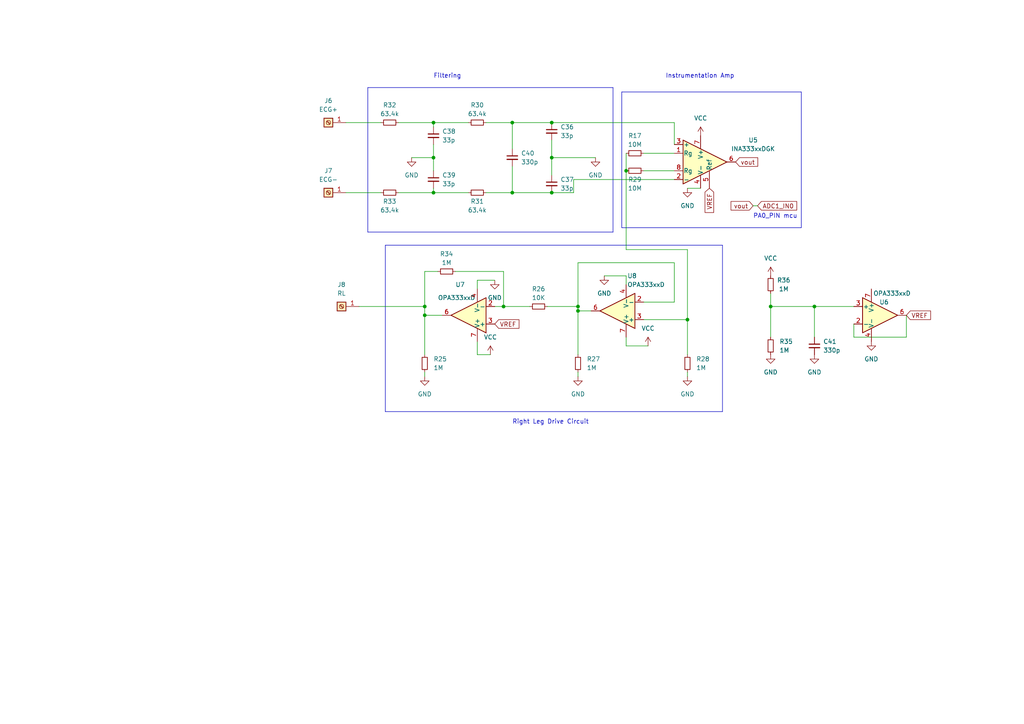
<source format=kicad_sch>
(kicad_sch (version 20230121) (generator eeschema)
  (paper "A4")
  (lib_symbols
    (symbol "Amplifier_Instrumentation:INA333xxDGK" (pin_names (offset 0.127))
      (property "Reference" "U" (at 3.81 3.175 0))
      (property "Value" "INA333xxDGK" (at 3.81 -3.175 0))
      (symbol "INA333xxDGK_0_1"
        (polyline (pts (xy 7.62 0) (xy -5.08 6.35) (xy -5.08 -6.35) (xy 7.62 0)) (stroke (width 0.254)) (fill (type background)))
      )
      (symbol "INA333xxDGK_1_1"
        (pin passive line (at -7.62 2.54 0) (length 2.54) (name "Rg") (number "1"))
        (pin input line (at -7.62 -5.08 0) (length 2.54) (name "-") (number "2"))
        (pin input line (at -7.62 5.08 0) (length 2.54) (name "+") (number "3"))
        (pin power_in line (at 0 -7.62 90) (length 3.81) (name "V-") (number "4"))
        (pin input line (at 2.54 -7.62 90) (length 5.08) (name "Ref") (number "5"))
        (pin output line (at 10.16 0 180) (length 2.54) (name "~") (number "6"))
        (pin power_in line (at 0 7.62 270) (length 3.81) (name "V+") (number "7"))
        (pin passive line (at -7.62 -2.54 0) (length 2.54) (name "Rg") (number "8"))
      )
    )
    (symbol "Amplifier_Operational:OPA333xxD" (pin_names (offset 0.127))
      (property "Reference" "U" (at 0 6.35 0))
      (property "Value" "OPA333xxD" (at 0 3.81 0))
      (symbol "OPA333xxD_0_1"
        (polyline (pts (xy -5.08 5.08) (xy 5.08 0) (xy -5.08 -5.08) (xy -5.08 5.08)) (stroke (width 0.254)) (fill (type background)))
      )
      (symbol "OPA333xxD_1_1"
        (pin no_connect line (at -2.54 2.54 270) (length 2.54) hide (name "NC") (number "1"))
        (pin input line (at -7.62 -2.54 0) (length 2.54) (name "-") (number "2"))
        (pin input line (at -7.62 2.54 0) (length 2.54) (name "+") (number "3"))
        (pin power_in line (at -2.54 -7.62 90) (length 3.81) (name "V-") (number "4"))
        (pin no_connect line (at 0 2.54 270) (length 2.54) hide (name "NC") (number "5"))
        (pin output line (at 7.62 0 180) (length 2.54) (name "~") (number "6"))
        (pin power_in line (at -2.54 7.62 270) (length 3.81) (name "V+") (number "7"))
        (pin no_connect line (at 0 -2.54 90) (length 2.54) hide (name "NC") (number "8"))
      )
    )
    (symbol "Connector:Screw_Terminal_01x01" (pin_names (offset 1.016) hide)
      (property "Reference" "J" (at 0 2.54 0))
      (property "Value" "Screw_Terminal_01x01" (at 0 -2.54 0))
      (symbol "Screw_Terminal_01x01_1_1"
        (rectangle (start -1.27 1.27) (end 1.27 -1.27) (stroke (width 0.254)) (fill (type background)))
        (polyline (pts (xy -0.5334 0.3302) (xy 0.3302 -0.508)) (stroke (width 0.1524)))
        (polyline (pts (xy -0.3556 0.508) (xy 0.508 -0.3302)) (stroke (width 0.1524)))
        (circle (center 0 0) (radius 0.635) (stroke (width 0.1524)))
        (pin passive line (at -5.08 0 0) (length 3.81) (name "Pin_1") (number "1"))
      )
    )
    (symbol "Device:C_Small" (pin_numbers hide) (pin_names (offset 0.254) hide)
      (property "Reference" "C" (at 0.254 1.778 0))
      (property "Value" "C_Small" (at 0.254 -2.032 0))
      (symbol "C_Small_0_1"
        (polyline (pts (xy -1.524 -0.508) (xy 1.524 -0.508)) (stroke (width 0.3302)))
        (polyline (pts (xy -1.524 0.508) (xy 1.524 0.508)) (stroke (width 0.3048)))
      )
      (symbol "C_Small_1_1"
        (pin passive line (at 0 2.54 270) (length 2.032) (name "~") (number "1"))
        (pin passive line (at 0 -2.54 90) (length 2.032) (name "~") (number "2"))
      )
    )
    (symbol "Device:R_Small" (pin_numbers hide) (pin_names (offset 0.254) hide)
      (property "Reference" "R" (at 0.762 0.508 0))
      (property "Value" "R_Small" (at 0.762 -1.016 0))
      (symbol "R_Small_0_1"
        (rectangle (start -0.762 1.778) (end 0.762 -1.778) (stroke (width 0.2032)))
      )
      (symbol "R_Small_1_1"
        (pin passive line (at 0 2.54 270) (length 0.762) (name "~") (number "1"))
        (pin passive line (at 0 -2.54 90) (length 0.762) (name "~") (number "2"))
      )
    )
    (symbol "power:GND" (power) (pin_names (offset 0))
      (property "Value" "GND" (at 0 -3.81 0))
      (symbol "GND_0_1"
        (polyline (pts (xy 0 0) (xy 0 -1.27) (xy 1.27 -1.27) (xy 0 -2.54) (xy -1.27 -1.27) (xy 0 -1.27)))
      )
      (symbol "GND_1_1"
        (pin power_in line (at 0 0 270) (length 0) hide (name "GND") (number "1"))
      )
    )
    (symbol "power:VCC" (power) (pin_names (offset 0))
      (property "Value" "VCC" (at 0 3.81 0))
      (symbol "VCC_0_1"
        (polyline (pts (xy -0.762 1.27) (xy 0 2.54)))
        (polyline (pts (xy 0 0) (xy 0 2.54)))
        (polyline (pts (xy 0 2.54) (xy 0.762 1.27)))
      )
      (symbol "VCC_1_1"
        (pin power_in line (at 0 0 90) (length 0) hide (name "VCC") (number "1"))
      )
    )
  )
  (junction (at 160.02 35.56))
  (junction (at 160.02 45.72))
  (junction (at 148.59 35.56))
  (junction (at 123.19 91.44))
  (junction (at 223.52 88.9))
  (junction (at 146.05 88.9))
  (junction (at 125.73 45.72))
  (junction (at 123.19 88.9))
  (junction (at 148.59 55.88))
  (junction (at 199.39 92.71))
  (junction (at 160.02 55.88))
  (junction (at 236.22 88.9))
  (junction (at 167.64 90.17))
  (junction (at 167.64 88.9))
  (junction (at 125.73 55.88))
  (junction (at 181.61 49.53))
  (junction (at 125.73 35.56))
  (polyline (pts (xy 209.55 71.12) (xy 209.55 119.38)))
  (polyline (pts (xy 177.8 67.31) (xy 177.8 25.4)))
  (wire (pts (xy 127 78.74) (xy 123.19 78.74)))
  (wire (pts (xy 199.39 72.39) (xy 181.61 72.39)))
  (wire (pts (xy 236.22 88.9) (xy 236.22 97.79)))
  (wire (pts (xy 146.05 88.9) (xy 153.67 88.9)))
  (polyline (pts (xy 177.8 25.4) (xy 106.68 25.4)))
  (wire (pts (xy 181.61 100.33) (xy 187.96 100.33)))
  (polyline (pts (xy 180.34 26.67) (xy 232.41 26.67)))
  (wire (pts (xy 140.97 55.88) (xy 148.59 55.88)))
  (polyline (pts (xy 111.76 71.12) (xy 209.55 71.12)))
  (wire (pts (xy 138.43 99.06) (xy 138.43 102.87)))
  (wire (pts (xy 143.51 88.9) (xy 146.05 88.9)))
  (wire (pts (xy 223.52 85.09) (xy 223.52 88.9)))
  (wire (pts (xy 148.59 35.56) (xy 160.02 35.56)))
  (polyline (pts (xy 180.34 66.04) (xy 232.41 66.04)))
  (wire (pts (xy 181.61 44.45) (xy 181.61 49.53)))
  (wire (pts (xy 195.58 52.07) (xy 166.37 52.07)))
  (wire (pts (xy 223.52 88.9) (xy 236.22 88.9)))
  (wire (pts (xy 123.19 91.44) (xy 123.19 102.87)))
  (wire (pts (xy 167.64 88.9) (xy 167.64 76.2)))
  (wire (pts (xy 181.61 82.55) (xy 181.61 80.01)))
  (wire (pts (xy 125.73 41.91) (xy 125.73 45.72)))
  (wire (pts (xy 140.97 35.56) (xy 148.59 35.56)))
  (wire (pts (xy 123.19 78.74) (xy 123.19 88.9)))
  (wire (pts (xy 167.64 76.2) (xy 195.58 76.2)))
  (wire (pts (xy 167.64 90.17) (xy 167.64 102.87)))
  (wire (pts (xy 138.43 102.87) (xy 142.24 102.87)))
  (wire (pts (xy 262.89 91.44) (xy 262.89 97.79)))
  (wire (pts (xy 100.33 55.88) (xy 110.49 55.88)))
  (wire (pts (xy 195.58 35.56) (xy 160.02 35.56)))
  (wire (pts (xy 125.73 35.56) (xy 125.73 36.83)))
  (wire (pts (xy 104.14 88.9) (xy 123.19 88.9)))
  (wire (pts (xy 166.37 55.88) (xy 160.02 55.88)))
  (wire (pts (xy 181.61 72.39) (xy 181.61 49.53)))
  (wire (pts (xy 186.69 44.45) (xy 195.58 44.45)))
  (wire (pts (xy 186.69 92.71) (xy 199.39 92.71)))
  (wire (pts (xy 146.05 78.74) (xy 146.05 88.9)))
  (polyline (pts (xy 180.34 26.67) (xy 180.34 66.04)))
  (wire (pts (xy 195.58 87.63) (xy 186.69 87.63)))
  (wire (pts (xy 119.38 45.72) (xy 125.73 45.72)))
  (wire (pts (xy 138.43 81.28) (xy 143.51 81.28)))
  (polyline (pts (xy 106.68 67.31) (xy 177.8 67.31)))
  (wire (pts (xy 199.39 54.61) (xy 203.2 54.61)))
  (wire (pts (xy 236.22 88.9) (xy 247.65 88.9)))
  (wire (pts (xy 181.61 80.01) (xy 175.26 80.01)))
  (wire (pts (xy 167.64 107.95) (xy 167.64 109.22)))
  (wire (pts (xy 160.02 45.72) (xy 160.02 50.8)))
  (wire (pts (xy 125.73 54.61) (xy 125.73 55.88)))
  (wire (pts (xy 199.39 107.95) (xy 199.39 109.22)))
  (polyline (pts (xy 232.41 66.04) (xy 232.41 26.67)))
  (wire (pts (xy 125.73 45.72) (xy 125.73 49.53)))
  (wire (pts (xy 247.65 97.79) (xy 247.65 93.98)))
  (polyline (pts (xy 106.68 25.4) (xy 106.68 67.31)))
  (polyline (pts (xy 209.55 119.38) (xy 111.76 119.38)))
  (wire (pts (xy 223.52 88.9) (xy 223.52 97.79)))
  (wire (pts (xy 160.02 40.64) (xy 160.02 45.72)))
  (wire (pts (xy 132.08 78.74) (xy 146.05 78.74)))
  (wire (pts (xy 199.39 102.87) (xy 199.39 92.71)))
  (wire (pts (xy 166.37 52.07) (xy 166.37 55.88)))
  (wire (pts (xy 148.59 55.88) (xy 160.02 55.88)))
  (wire (pts (xy 199.39 92.71) (xy 199.39 72.39)))
  (wire (pts (xy 195.58 41.91) (xy 195.58 35.56)))
  (wire (pts (xy 158.75 88.9) (xy 167.64 88.9)))
  (wire (pts (xy 148.59 35.56) (xy 148.59 43.18)))
  (wire (pts (xy 181.61 97.79) (xy 181.61 100.33)))
  (wire (pts (xy 195.58 76.2) (xy 195.58 87.63)))
  (polyline (pts (xy 111.76 71.12) (xy 111.76 119.38)))
  (wire (pts (xy 262.89 97.79) (xy 247.65 97.79)))
  (wire (pts (xy 186.69 49.53) (xy 195.58 49.53)))
  (wire (pts (xy 123.19 107.95) (xy 123.19 109.22)))
  (wire (pts (xy 100.33 35.56) (xy 110.49 35.56)))
  (wire (pts (xy 148.59 48.26) (xy 148.59 55.88)))
  (wire (pts (xy 115.57 35.56) (xy 125.73 35.56)))
  (wire (pts (xy 123.19 91.44) (xy 128.27 91.44)))
  (wire (pts (xy 167.64 90.17) (xy 167.64 88.9)))
  (wire (pts (xy 160.02 45.72) (xy 172.72 45.72)))
  (wire (pts (xy 218.44 59.69) (xy 219.71 59.69)))
  (wire (pts (xy 123.19 88.9) (xy 123.19 91.44)))
  (wire (pts (xy 125.73 55.88) (xy 135.89 55.88)))
  (wire (pts (xy 167.64 90.17) (xy 171.45 90.17)))
  (wire (pts (xy 115.57 55.88) (xy 125.73 55.88)))
  (wire (pts (xy 138.43 83.82) (xy 138.43 81.28)))
  (wire (pts (xy 125.73 35.56) (xy 135.89 35.56)))
  (text "Filtering" (at 125.73 22.86 0) (effects (font (size 1.27 1.27)) (justify left bottom)))
  (text "PA0_PIN mcu" (at 218.44 63.5 0) (effects (font (size 1.27 1.27)) (justify left bottom)))
  (text "Right Leg Drive Circuit" (at 148.59 123.19 0) (effects (font (size 1.27 1.27)) (justify left bottom)))
  (text "Instrumentation Amp" (at 193.04 22.86 0) (effects (font (size 1.27 1.27)) (justify left bottom)))
  (global_label "VREF" (shape input) (at 205.74 54.61 270) (property "Intersheetrefs" "${INTERSHEET_REFS}" (effects hide)))
  (global_label "ADC1_IN0" (shape input) (at 219.71 59.69 0) (property "Intersheetrefs" "${INTERSHEET_REFS}" (effects hide)))
  (global_label "VREF" (shape input) (at 262.89 91.44 0) (property "Intersheetrefs" "${INTERSHEET_REFS}" (effects hide)))
  (global_label "vout" (shape input) (at 218.44 59.69 180) (property "Intersheetrefs" "${INTERSHEET_REFS}" (effects hide)))
  (global_label "VREF" (shape input) (at 143.51 93.98 0) (property "Intersheetrefs" "${INTERSHEET_REFS}" (effects hide)))
  (global_label "vout" (shape input) (at 213.36 46.99 0) (property "Intersheetrefs" "${INTERSHEET_REFS}" (effects hide)))
  (symbol (lib_id "Device:C_Small") (at 148.59 45.72 0) (unit 1)
    (property "Reference" "C40" (at 151.13 44.4563 0) (effects (justify left)))
    (property "Value" "330p" (at 151.13 46.9963 0) (effects (justify left)))
  )
  (symbol (lib_id "Amplifier_Operational:OPA333xxD") (at 179.07 90.17 180) (unit 1)
    (property "Reference" "U8" (at 181.9559 80.01 0) (effects (justify right)))
    (property "Value" "OPA333xxD" (at 181.9559 82.55 0) (effects (justify right)))
    (property "Footprint" "Package_SO:SOIC-8_3.9x4.9mm_P1.27mm" (effects hide))
    (property "Datasheet" "http://www.ti.com/lit/ds/symlink/opa333.pdf" (effects hide))
  )
  (symbol (lib_id "Device:R_Small") (at 167.64 105.41 0) (unit 1)
    (property "Reference" "R27" (at 170.18 104.14 0) (effects (justify left)))
    (property "Value" "1M" (at 170.18 106.68 0) (effects (justify left)))
  )
  (symbol (lib_id "Device:R_Small") (at 223.52 82.55 180) (unit 1)
    (property "Reference" "R36" (at 227.33 81.28 0))
    (property "Value" "1M" (at 227.33 83.82 0))
  )
  (symbol (lib_id "Connector:Screw_Terminal_01x01") (at 99.06 88.9 180) (unit 1)
    (property "Reference" "J8" (at 99.06 82.55 0))
    (property "Value" "RL" (at 99.06 85.09 0))
  )
  (symbol (lib_id "power:VCC") (at 187.96 100.33 0) (unit 1)
    (property "Reference" "#PWR054" (effects hide))
    (property "Value" "VCC" (at 187.96 95.25 0))
  )
  (symbol (lib_id "Device:R_Small") (at 138.43 55.88 90) (unit 1)
    (property "Reference" "R31" (at 138.43 58.42 90))
    (property "Value" "63.4k" (at 138.43 60.96 90))
  )
  (symbol (lib_id "Device:R_Small") (at 184.15 49.53 90) (unit 1)
    (property "Reference" "R29" (at 184.15 52.07 90))
    (property "Value" "10M" (at 184.15 54.61 90))
  )
  (symbol (lib_id "power:GND") (at 143.51 81.28 0) (unit 1)
    (property "Reference" "#PWR053" (effects hide))
    (property "Value" "GND" (at 143.51 86.36 0))
  )
  (symbol (lib_id "power:GND") (at 236.22 102.87 0) (unit 1)
    (property "Reference" "#PWR056" (effects hide))
    (property "Value" "GND" (at 236.22 107.95 0))
  )
  (symbol (lib_id "power:GND") (at 223.52 102.87 0) (unit 1)
    (property "Reference" "#PWR057" (effects hide))
    (property "Value" "GND" (at 223.52 107.95 0))
  )
  (symbol (lib_id "power:VCC") (at 203.2 39.37 0) (unit 1)
    (property "Reference" "#PWR059" (effects hide))
    (property "Value" "VCC" (at 203.2 34.29 0))
  )
  (symbol (lib_id "power:GND") (at 119.38 45.72 0) (unit 1)
    (property "Reference" "#PWR047" (effects hide))
    (property "Value" "GND" (at 119.38 50.8 0))
  )
  (symbol (lib_id "Device:C_Small") (at 125.73 52.07 0) (unit 1)
    (property "Reference" "C39" (at 128.27 50.8063 0) (effects (justify left)))
    (property "Value" "33p" (at 128.27 53.3463 0) (effects (justify left)))
  )
  (symbol (lib_id "Device:C_Small") (at 160.02 53.34 0) (unit 1)
    (property "Reference" "C37" (at 162.56 52.0763 0) (effects (justify left)))
    (property "Value" "33p" (at 162.56 54.6163 0) (effects (justify left)))
  )
  (symbol (lib_id "Device:R_Small") (at 184.15 44.45 90) (unit 1)
    (property "Reference" "R17" (at 184.15 39.37 90))
    (property "Value" "10M" (at 184.15 41.91 90))
  )
  (symbol (lib_id "power:GND") (at 172.72 45.72 0) (unit 1)
    (property "Reference" "#PWR045" (effects hide))
    (property "Value" "GND" (at 172.72 50.8 0))
  )
  (symbol (lib_id "Device:R_Small") (at 129.54 78.74 90) (unit 1)
    (property "Reference" "R34" (at 129.54 73.66 90))
    (property "Value" "1M" (at 129.54 76.2 90))
  )
  (symbol (lib_id "power:GND") (at 123.19 109.22 0) (unit 1)
    (property "Reference" "#PWR050" (effects hide))
    (property "Value" "GND" (at 123.19 114.3 0))
  )
  (symbol (lib_id "Device:R_Small") (at 223.52 100.33 180) (unit 1)
    (property "Reference" "R35" (at 226.06 99.06 0) (effects (justify right)))
    (property "Value" "1M" (at 226.06 101.6 0) (effects (justify right)))
  )
  (symbol (lib_id "power:GND") (at 252.73 99.06 0) (unit 1)
    (property "Reference" "#PWR055" (effects hide))
    (property "Value" "GND" (at 252.73 104.14 0))
  )
  (symbol (lib_id "Amplifier_Instrumentation:INA333xxDGK") (at 203.2 46.99 0) (unit 1)
    (property "Reference" "U5" (at 218.44 40.64 0))
    (property "Value" "INA333xxDGK" (at 218.44 43.18 0))
    (property "Footprint" "Package_SO:VSSOP-8_3.0x3.0mm_P0.65mm" (effects hide))
    (property "Datasheet" "https://www.ti.com/lit/ds/symlink/ina333.pdf" (effects hide))
  )
  (symbol (lib_id "Device:R_Small") (at 138.43 35.56 90) (unit 1)
    (property "Reference" "R30" (at 138.43 30.48 90))
    (property "Value" "63.4k" (at 138.43 33.02 90))
  )
  (symbol (lib_id "power:GND") (at 175.26 80.01 0) (unit 1)
    (property "Reference" "#PWR052" (effects hide))
    (property "Value" "GND" (at 175.26 85.09 0))
  )
  (symbol (lib_id "Device:R_Small") (at 123.19 105.41 0) (unit 1)
    (property "Reference" "R25" (at 125.73 104.14 0) (effects (justify left)))
    (property "Value" "1M" (at 125.73 106.68 0) (effects (justify left)))
  )
  (symbol (lib_id "Device:R_Small") (at 113.03 55.88 90) (unit 1)
    (property "Reference" "R33" (at 113.03 58.42 90))
    (property "Value" "63.4k" (at 113.03 60.96 90))
  )
  (symbol (lib_id "power:GND") (at 199.39 54.61 0) (unit 1)
    (property "Reference" "#PWR060" (effects hide))
    (property "Value" "GND" (at 199.39 59.69 0))
  )
  (symbol (lib_id "Device:R_Small") (at 156.21 88.9 90) (unit 1)
    (property "Reference" "R26" (at 156.21 83.82 90))
    (property "Value" "10K" (at 156.21 86.36 90))
  )
  (symbol (lib_id "Device:R_Small") (at 113.03 35.56 90) (unit 1)
    (property "Reference" "R32" (at 113.03 30.48 90))
    (property "Value" "63.4k" (at 113.03 33.02 90))
  )
  (symbol (lib_id "power:GND") (at 199.39 109.22 0) (unit 1)
    (property "Reference" "#PWR048" (effects hide))
    (property "Value" "GND" (at 199.39 114.3 0))
  )
  (symbol (lib_id "power:VCC") (at 223.52 80.01 0) (unit 1)
    (property "Reference" "#PWR058" (effects hide))
    (property "Value" "VCC" (at 223.52 74.93 0))
  )
  (symbol (lib_id "Amplifier_Operational:OPA333xxD") (at 135.89 91.44 180) (unit 1)
    (property "Reference" "U7" (at 132.08 82.55 0) (effects (justify right)))
    (property "Value" "OPA333xxD" (at 127 86.36 0) (effects (justify right)))
    (property "Footprint" "Package_SO:SOIC-8_3.9x4.9mm_P1.27mm" (effects hide))
    (property "Datasheet" "http://www.ti.com/lit/ds/symlink/opa333.pdf" (effects hide))
  )
  (symbol (lib_id "Amplifier_Operational:OPA333xxD") (at 255.27 91.44 0) (unit 1)
    (property "Reference" "U6" (at 257.81 87.63 0) (effects (justify right)))
    (property "Value" "OPA333xxD" (at 264.16 85.09 0) (effects (justify right)))
    (property "Footprint" "Package_SO:SOIC-8_3.9x4.9mm_P1.27mm" (effects hide))
    (property "Datasheet" "http://www.ti.com/lit/ds/symlink/opa333.pdf" (effects hide))
  )
  (symbol (lib_id "Device:C_Small") (at 236.22 100.33 0) (unit 1)
    (property "Reference" "C41" (at 238.76 99.0663 0) (effects (justify left)))
    (property "Value" "330p" (at 238.76 101.6063 0) (effects (justify left)))
  )
  (symbol (lib_id "Connector:Screw_Terminal_01x01") (at 95.25 55.88 180) (unit 1)
    (property "Reference" "J7" (at 95.25 49.53 0))
    (property "Value" "ECG-" (at 95.25 52.07 0))
  )
  (symbol (lib_id "Connector:Screw_Terminal_01x01") (at 95.25 35.56 180) (unit 1)
    (property "Reference" "J6" (at 95.25 29.21 0))
    (property "Value" "ECG+" (at 95.25 31.75 0))
  )
  (symbol (lib_id "power:GND") (at 167.64 109.22 0) (unit 1)
    (property "Reference" "#PWR049" (effects hide))
    (property "Value" "GND" (at 167.64 114.3 0))
  )
  (symbol (lib_id "power:VCC") (at 142.24 102.87 0) (unit 1)
    (property "Reference" "#PWR051" (effects hide))
    (property "Value" "VCC" (at 142.24 97.79 0))
  )
  (symbol (lib_id "Device:C_Small") (at 125.73 39.37 0) (unit 1)
    (property "Reference" "C38" (at 128.27 38.1063 0) (effects (justify left)))
    (property "Value" "33p" (at 128.27 40.6463 0) (effects (justify left)))
  )
  (symbol (lib_id "Device:C_Small") (at 160.02 38.1 0) (unit 1)
    (property "Reference" "C36" (at 162.56 36.8363 0) (effects (justify left)))
    (property "Value" "33p" (at 162.56 39.3763 0) (effects (justify left)))
  )
  (symbol (lib_id "Device:R_Small") (at 199.39 105.41 0) (unit 1)
    (property "Reference" "R28" (at 201.93 104.14 0) (effects (justify left)))
    (property "Value" "1M" (at 201.93 106.68 0) (effects (justify left)))
  )
)
</source>
